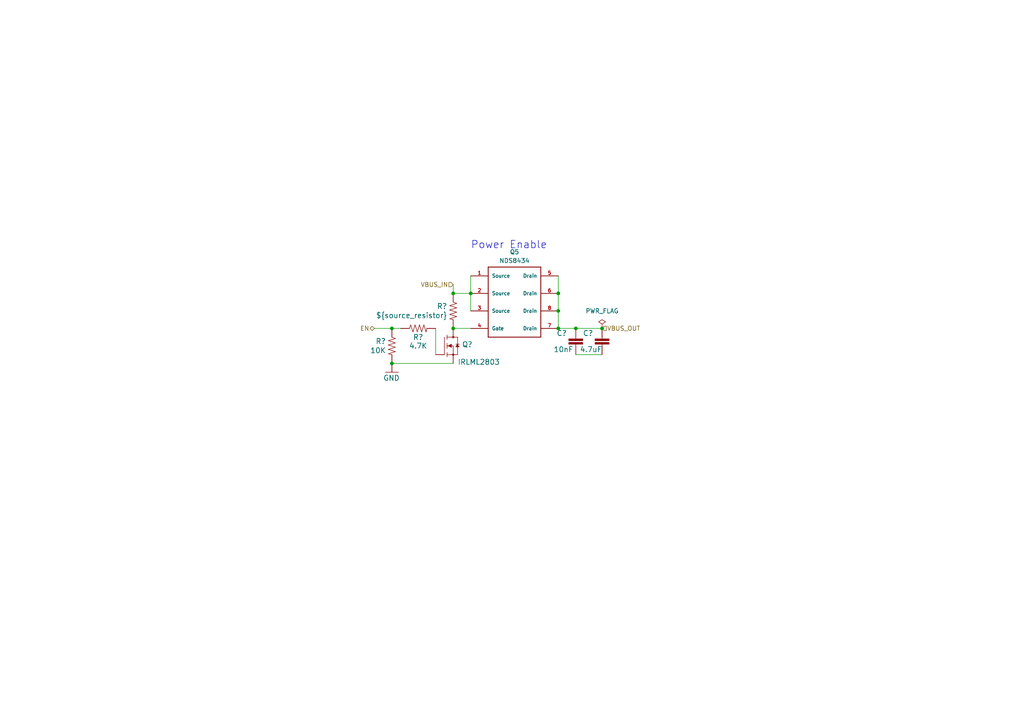
<source format=kicad_sch>
(kicad_sch (version 20230121) (generator eeschema)
  (paper "A4")
  (lib_symbols
    (symbol "adcs:NDS8434" (pin_names (offset 1.016))
      (property "Reference" "Q2" (at -1.27 11.43 0))
      (property "Value" "NDS8434" (at -5.08 -12.7 0))
      (symbol "NDS8434_0_0"
        (polyline (pts (xy -7.62 -10.16) (xy -7.62 10.16)) (stroke (width 0.254)))
        (polyline (pts (xy -7.62 10.16) (xy 7.62 10.16)) (stroke (width 0.254)))
        (polyline (pts (xy 7.62 -10.16) (xy -7.62 -10.16)) (stroke (width 0.254)))
        (polyline (pts (xy 7.62 10.16) (xy 7.62 -10.16)) (stroke (width 0.254)))
        (pin bidirectional line (at -12.7 7.62 0) (length 5.08) (name "Source") (number "1"))
        (pin bidirectional line (at -12.7 2.54 0) (length 5.08) (name "Source") (number "2"))
        (pin bidirectional line (at -12.7 -2.54 0) (length 5.08) (name "Source") (number "3"))
        (pin bidirectional line (at -12.7 -7.62 0) (length 5.08) (name "Gate") (number "4"))
        (pin bidirectional line (at 12.7 7.62 180) (length 5.08) (name "Drain") (number "5"))
        (pin bidirectional line (at 12.7 2.54 180) (length 5.08) (name "Drain") (number "6"))
        (pin bidirectional line (at 12.7 -7.62 180) (length 5.08) (name "Drain") (number "7"))
        (pin bidirectional line (at 12.7 -2.54 180) (length 5.08) (name "Drain") (number "8"))
      )
    )
    (symbol "mainboard:GND" (power) (pin_names (offset 1.016))
      (property "Value" "GND" (at -2.54 -2.54 0))
      (symbol "GND_1_0"
        (polyline (pts (xy -1.905 0) (xy 1.905 0)))
        (pin power_in line (at 0 2.54 270) (length 2.54) (name "GND") (number "1"))
      )
    )
    (symbol "mainboard:IRLML2803TRPBF" (pin_names (offset 1.016))
      (property "Reference" "Q" (at -11.43 1.27 0))
      (property "Value" "IRLML2803TRPBF" (at -11.43 3.81 0))
      (symbol "IRLML2803TRPBF_1_0"
        (polyline (pts (xy 0 2.54) (xy 0 -2.54)))
        (polyline (pts (xy 0.762 -2.54) (xy 0.762 -3.175)))
        (polyline (pts (xy 0.762 -1.905) (xy 0.762 -2.54)))
        (polyline (pts (xy 0.762 0) (xy 0.762 -0.762)))
        (polyline (pts (xy 0.762 0) (xy 2.54 0)))
        (polyline (pts (xy 0.762 0.762) (xy 0.762 0)))
        (polyline (pts (xy 0.762 2.54) (xy 0.762 1.905)))
        (polyline (pts (xy 0.762 2.54) (xy 3.81 2.54)))
        (polyline (pts (xy 0.762 3.175) (xy 0.762 2.54)))
        (polyline (pts (xy 2.54 -2.54) (xy 0.762 -2.54)))
        (polyline (pts (xy 2.54 -2.54) (xy 3.81 -2.54)))
        (polyline (pts (xy 2.54 0) (xy 2.54 -2.54)))
        (polyline (pts (xy 3.302 0.508) (xy 3.81 0.508)))
        (polyline (pts (xy 3.81 -0.508) (xy 3.81 -2.54)))
        (polyline (pts (xy 3.81 0.508) (xy 3.81 -0.508)))
        (polyline (pts (xy 3.81 0.508) (xy 4.318 0.508)))
        (polyline (pts (xy 3.81 2.54) (xy 3.81 0.508)))
        (polyline (pts (xy 1.016 0) (xy 2.032 0.508) (xy 2.032 -0.508)) (fill (type outline)))
        (polyline (pts (xy 3.81 0.508) (xy 3.302 -0.254) (xy 4.318 -0.254)) (fill (type outline)))
        (circle (center 2.54 -2.54) (radius 0.254))
        (circle (center 2.54 2.54) (radius 0.254))
        (pin passive line (at -2.54 -2.54 0) (length 2.54) (name "G") (number "1"))
        (pin passive line (at 2.54 -5.08 90) (length 2.54) (name "S") (number "2"))
        (pin passive line (at 2.54 5.08 270) (length 2.54) (name "D") (number "3"))
      )
    )
    (symbol "mainboard:R-US_R0603" (pin_names (offset 1.016))
      (property "Reference" "R" (at -3.81 1.4986 0))
      (property "Value" "R-US_R0603" (at -3.81 -3.302 0))
      (symbol "R-US_R0603_1_0"
        (polyline (pts (xy -2.54 0) (xy -2.159 1.016)))
        (polyline (pts (xy -2.159 1.016) (xy -1.524 -1.016)))
        (polyline (pts (xy -1.524 -1.016) (xy -0.889 1.016)))
        (polyline (pts (xy -0.889 1.016) (xy -0.254 -1.016)))
        (polyline (pts (xy -0.254 -1.016) (xy 0.381 1.016)))
        (polyline (pts (xy 0.381 1.016) (xy 1.016 -1.016)))
        (polyline (pts (xy 1.016 -1.016) (xy 1.651 1.016)))
        (polyline (pts (xy 1.651 1.016) (xy 2.286 -1.016)))
        (polyline (pts (xy 2.286 -1.016) (xy 2.54 0)))
        (pin passive line (at -5.08 0 0) (length 2.54) (name "1") (number "1"))
        (pin passive line (at 5.08 0 180) (length 2.54) (name "2") (number "2"))
      )
    )
    (symbol "power:PWR_FLAG" (power) (pin_numbers hide) (pin_names (offset 0) hide)
      (property "Value" "PWR_FLAG" (at 0 3.81 0))
      (symbol "PWR_FLAG_0_0"
        (pin power_out line (at 0 0 90) (length 0) (name "pwr") (number "1"))
      )
      (symbol "PWR_FLAG_0_1"
        (polyline (pts (xy 0 0) (xy 0 1.27) (xy -1.016 1.905) (xy 0 2.54) (xy 1.016 1.905) (xy 0 1.27)))
      )
    )
    (symbol "pycubed_mainboard:10NF_10000PF-50V-10%(0603)" (pin_names (offset 1.016))
      (property "Reference" "C" (at 1.524 2.921 0))
      (property "Value" "10NF_10000PF-50V-10%(0603)" (at 1.524 -2.159 0))
      (symbol "10NF_10000PF-50V-10%(0603)_1_0"
        (rectangle (start -2.032 0.508) (end 2.032 1.016) (fill (type outline)))
        (rectangle (start -2.032 1.524) (end 2.032 2.032) (fill (type outline)))
        (polyline (pts (xy 0 0) (xy 0 0.508)))
        (polyline (pts (xy 0 2.54) (xy 0 2.032)))
        (pin passive line (at 0 5.08 270) (length 2.54) (name "1") (number "1"))
        (pin passive line (at 0 -2.54 90) (length 2.54) (name "2") (number "2"))
      )
    )
  )
  (junction (at 131.445 85.09))
  (junction (at 131.445 95.25))
  (junction (at 161.925 95.25))
  (junction (at 113.665 95.25))
  (junction (at 161.925 90.17))
  (junction (at 136.525 85.09))
  (junction (at 113.665 105.41))
  (junction (at 167.005 95.25))
  (junction (at 174.625 95.25))
  (junction (at 161.925 85.09))
  (wire (pts (xy 113.665 95.25) (xy 108.585 95.25)))
  (wire (pts (xy 161.925 95.25) (xy 167.005 95.25)))
  (wire (pts (xy 136.525 85.09) (xy 131.445 85.09)))
  (wire (pts (xy 161.925 90.17) (xy 161.925 95.25)))
  (wire (pts (xy 136.525 80.01) (xy 136.525 85.09)))
  (wire (pts (xy 126.365 102.87) (xy 126.365 95.25)))
  (wire (pts (xy 136.525 85.09) (xy 136.525 90.17)))
  (wire (pts (xy 161.925 85.09) (xy 161.925 90.17)))
  (wire (pts (xy 167.005 95.25) (xy 174.625 95.25)))
  (wire (pts (xy 131.445 105.41) (xy 113.665 105.41)))
  (wire (pts (xy 116.205 95.25) (xy 113.665 95.25)))
  (wire (pts (xy 167.005 102.87) (xy 174.625 102.87)))
  (wire (pts (xy 131.445 85.09) (xy 131.445 82.55)))
  (wire (pts (xy 136.525 95.25) (xy 131.445 95.25)))
  (wire (pts (xy 161.925 80.01) (xy 161.925 85.09)))
  (text "Power Enable" (at 136.525 72.39 0) (effects (font (size 2.159 2.159)) (justify left bottom)))
  (hierarchical_label "VBUS_OUT" (shape input) (at 174.5996 95.25 0))
  (hierarchical_label "VBUS_IN" (shape input) (at 131.445 82.55 180))
  (hierarchical_label "EN" (shape bidirectional) (at 108.585 95.25 180))
  (symbol (lib_id "mainboard:R-US_R0603") (at 131.445 90.17 270) (unit 1)
    (property "Reference" "R?" (at 129.7432 88.8238 90) (effects (font (size 1.4986 1.4986)) (justify right)))
    (property "Value" "${source_resistor}" (at 129.7432 91.4908 90) (effects (font (size 1.4986 1.4986)) (justify right)))
    (property "Footprint" "Resistor_SMD:R_0603_1608Metric" (effects hide))
    (property "Description" "0603" (effects hide))
    (instances (project "adcs-hardware" (path "" (reference "R?") (unit 1)) (path "" (reference "R?") (unit 1)) (path "" (reference "R35") (unit 1)) (path "" (reference "R41") (unit 1)) (path "" (reference "R38") (unit 1)) (path "" (reference "R44") (unit 1)) (path "" (reference "R50") (unit 1)) (path "" (reference "R47") (unit 1))) (project "cpu_board" (path "" (reference "R36") (unit 1))) (project "mainboard" (path "" (reference "R?") (unit 1))))
  )
  (symbol (lib_id "mainboard:GND") (at 113.665 107.95 0) (unit 1)
    (property "Reference" "#GND?" (effects hide))
    (property "Value" "GND" (at 111.125 110.49 0) (effects (font (size 1.4986 1.4986)) (justify left bottom)))
    (instances (project "adcs-hardware" (path "" (reference "#GND?") (unit 1)) (path "" (reference "#GND?") (unit 1)) (path "" (reference "#GND018") (unit 1)) (path "" (reference "#GND020") (unit 1)) (path "" (reference "#GND019") (unit 1)) (path "" (reference "#GND021") (unit 1)) (path "" (reference "#GND023") (unit 1)) (path "" (reference "#GND022") (unit 1))) (project "cpu_board" (path "" (reference "#GND012") (unit 1))) (project "mainboard" (path "" (reference "#GND?") (unit 1))))
  )
  (symbol (lib_id "pycubed_mainboard:10NF_10000PF-50V-10%(0603)") (at 174.625 100.33 0) (unit 1)
    (property "Reference" "C?" (at 169.037 96.647 0) (effects (font (size 1.4986 1.4986)) (justify left)))
    (property "Value" "4.7uF" (at 168.148 101.346 0) (effects (font (size 1.4986 1.4986)) (justify left)))
    (property "Footprint" "Capacitor_SMD:C_0603_1608Metric" (effects hide))
    (instances (project "adcs-hardware" (path "" (reference "C?") (unit 1)) (path "" (reference "C?") (unit 1)) (path "" (reference "C?") (unit 1)) (path "" (reference "C41") (unit 1)) (path "" (reference "C43") (unit 1)) (path "" (reference "C45") (unit 1)) (path "" (reference "C47") (unit 1)) (path "" (reference "C49") (unit 1)) (path "" (reference "C51") (unit 1))) (project "cpu_board" (path "" (reference "C80") (unit 1))))
  )
  (symbol (lib_id "adcs:NDS8434") (at 149.225 87.63 0) (unit 1)
    (property "Reference" "Q5" (at 149.225 73.0758 0))
    (property "Value" "NDS8434" (at 149.225 75.6158 0))
    (property "Footprint" "mainboard:NDS8434" (effects hide))
    (property "Datasheet" "https://www.onsemi.com/pdf/datasheet/nds8434-d.pdf" (effects hide))
    (property "Flight" "NDS8434" (effects hide))
    (property "Description" "P-Channel MOSFET" (effects hide))
    (property "Manufacturer_Name" "ON Semiconductor" (effects hide))
    (property "Proto" "DMP2022LSS-13" (effects hide))
    (instances (project "adcs-hardware" (path "" (reference "Q5") (unit 1)) (path "" (reference "Q7") (unit 1)) (path "" (reference "Q9") (unit 1)) (path "" (reference "Q11") (unit 1)) (path "" (reference "Q13") (unit 1)) (path "" (reference "Q15") (unit 1))) (project "cpu_board" (path "" (reference "Q2") (unit 1))))
  )
  (symbol (lib_id "mainboard:R-US_R0603") (at 121.285 95.25 0) (unit 1)
    (property "Reference" "R?" (at 121.285 97.79 0) (effects (font (size 1.4986 1.4986))))
    (property "Value" "4.7K" (at 121.285 100.33 0) (effects (font (size 1.4986 1.4986))))
    (property "Footprint" "Resistor_SMD:R_0603_1608Metric" (effects hide))
    (property "Description" "4.7K 0603" (effects hide))
    (instances (project "adcs-hardware" (path "" (reference "R?") (unit 1)) (path "" (reference "R?") (unit 1)) (path "" (reference "R34") (unit 1)) (path "" (reference "R40") (unit 1)) (path "" (reference "R37") (unit 1)) (path "" (reference "R43") (unit 1)) (path "" (reference "R49") (unit 1)) (path "" (reference "R46") (unit 1))) (project "cpu_board" (path "" (reference "R35") (unit 1))) (project "mainboard" (path "" (reference "R?") (unit 1))))
  )
  (symbol (lib_id "mainboard:R-US_R0603") (at 113.665 100.33 270) (unit 1)
    (property "Reference" "R?" (at 111.9632 98.9838 90) (effects (font (size 1.4986 1.4986)) (justify right)))
    (property "Value" "10K" (at 111.9632 101.6508 90) (effects (font (size 1.4986 1.4986)) (justify right)))
    (property "Footprint" "Resistor_SMD:R_0603_1608Metric" (effects hide))
    (property "Description" "10K 0603" (effects hide))
    (instances (project "adcs-hardware" (path "" (reference "R?") (unit 1)) (path "" (reference "R?") (unit 1)) (path "" (reference "R33") (unit 1)) (path "" (reference "R39") (unit 1)) (path "" (reference "R36") (unit 1)) (path "" (reference "R42") (unit 1)) (path "" (reference "R48") (unit 1)) (path "" (reference "R45") (unit 1))) (project "cpu_board" (path "" (reference "R34") (unit 1))) (project "mainboard" (path "" (reference "R?") (unit 1))))
  )
  (symbol (lib_id "power:PWR_FLAG") (at 174.625 95.25 0) (unit 1)
    (property "Reference" "#FLG?" (effects hide))
    (property "Value" "PWR_FLAG" (at 174.625 90.1954 0))
    (instances (project "adcs-hardware" (path "" (reference "#FLG?") (unit 1)) (path "" (reference "#FLG?") (unit 1)) (path "" (reference "#FLG07") (unit 1)) (path "" (reference "#FLG08") (unit 1)) (path "" (reference "#FLG09") (unit 1)) (path "" (reference "#FLG010") (unit 1)) (path "" (reference "#FLG011") (unit 1)) (path "" (reference "#FLG012") (unit 1))) (project "cpu_board" (path "" (reference "#FLG02") (unit 1))))
  )
  (symbol (lib_id "pycubed_mainboard:10NF_10000PF-50V-10%(0603)") (at 167.005 100.33 0) (unit 1)
    (property "Reference" "C?" (at 161.417 96.647 0) (effects (font (size 1.4986 1.4986)) (justify left)))
    (property "Value" "10nF" (at 160.528 101.346 0) (effects (font (size 1.4986 1.4986)) (justify left)))
    (property "Footprint" "Capacitor_SMD:C_0603_1608Metric" (effects hide))
    (instances (project "adcs-hardware" (path "" (reference "C?") (unit 1)) (path "" (reference "C?") (unit 1)) (path "" (reference "C?") (unit 1)) (path "" (reference "C40") (unit 1)) (path "" (reference "C42") (unit 1)) (path "" (reference "C44") (unit 1)) (path "" (reference "C46") (unit 1)) (path "" (reference "C48") (unit 1)) (path "" (reference "C50") (unit 1))) (project "cpu_board" (path "" (reference "C79") (unit 1))))
  )
  (symbol (lib_id "mainboard:IRLML2803TRPBF") (at 128.905 100.33 0) (unit 1)
    (property "Reference" "Q?" (at 133.985 99.06 0) (effects (font (size 1.4986 1.4986)) (justify left top)))
    (property "Value" "IRLML2803" (at 132.715 104.14 0) (effects (font (size 1.4986 1.4986)) (justify left top)))
    (property "Footprint" "mainboard:SOT-23" (effects hide))
    (property "Datasheet" "https://www.infineon.com/dgdl/irlml2803pbf.pdf?fileId=5546d462533600a4015356682aff260f" (effects hide))
    (property "Description" "Single N-Channel MOSFET" (effects hide))
    (property "Flight" "IRLML2803" (effects hide))
    (property "Manufacturer_Name" "Infineon Technologies" (effects hide))
    (property "Proto" "2302" (effects hide))
    (instances (project "adcs-hardware" (path "" (reference "Q?") (unit 1)) (path "" (reference "Q?") (unit 1)) (path "" (reference "Q4") (unit 1)) (path "" (reference "Q8") (unit 1)) (path "" (reference "Q6") (unit 1)) (path "" (reference "Q10") (unit 1)) (path "" (reference "Q14") (unit 1)) (path "" (reference "Q12") (unit 1))) (project "cpu_board" (path "" (reference "Q1") (unit 1))) (project "mainboard" (path "" (reference "Q?") (unit 1))))
  )
)
</source>
